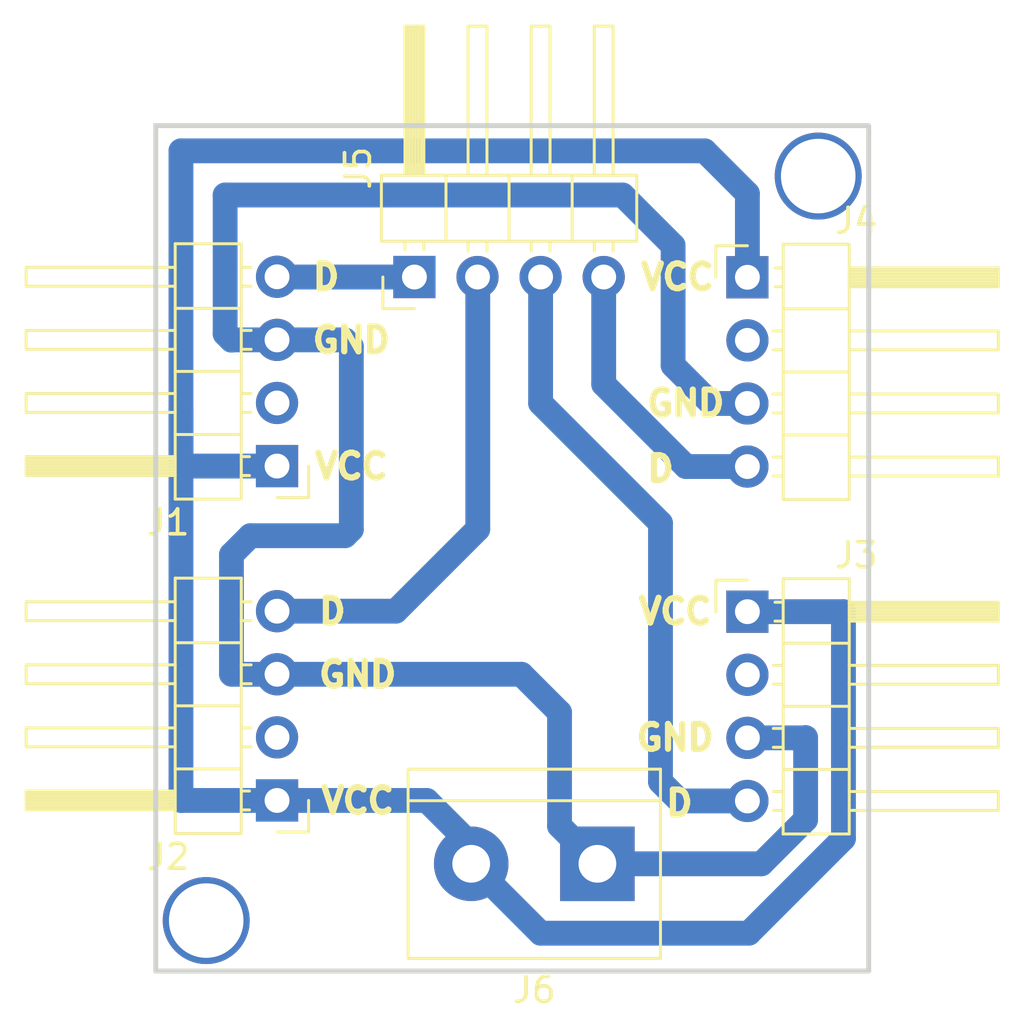
<source format=kicad_pcb>
(kicad_pcb (version 20211014) (generator pcbnew)
  (layers (0 "F.Cu" signal) (31 "B.Cu" signal) (34 "B.Paste" user) (35 "F.Paste" user) (36 "B.SilkS" user "B.Silkscreen") (37 "F.SilkS" user "F.Silkscreen") (38 "B.Mask" user) (39 "F.Mask" user) (44 "Edge.Cuts" user))
  (net 0 "")
  (net 1 "/Vcc")
  (net 3 "GND")
  (net 4 "/DATA1")
  (net 6 "/DATA2")
  (net 8 "/DATA3")
  (net 10 "/DATA4")
  (footprint "Connector_PinHeader_2.54mm:PinHeader_1x04_P2.54mm_Horizontal" (layer "F.Cu") (at 75.889 48.524)
    (fp_text reference "J3" (at 4.385 -2.27) (layer "F.SilkS"))
    (fp_text value "Conn_01x04_Male")
    (fp_line (start 10.1 0.38) (end 4.1 0.38) (layer "F.SilkS") (width 0.12))
    (fp_line (start 1.44 3.81) (end 4.1 3.81) (layer "F.SilkS") (width 0.12))
    (fp_line (start 1.44 8.95) (end 4.1 8.95) (layer "F.SilkS") (width 0.12))
    (fp_line (start 1.44 1.27) (end 4.1 1.27) (layer "F.SilkS") (width 0.12))
    (fp_line (start 4.1 8.95) (end 4.1 -1.33) (layer "F.SilkS") (width 0.12))
    (fp_line (start 4.1 -0.08) (end 10.1 -0.08) (layer "F.SilkS") (width 0.12))
    (fp_line (start 4.1 0.16) (end 10.1 0.16) (layer "F.SilkS") (width 0.12))
    (fp_line (start 4.1 -0.38) (end 10.1 -0.38) (layer "F.SilkS") (width 0.12))
    (fp_line (start 1.44 -1.33) (end 1.44 8.95) (layer "F.SilkS") (width 0.12))
    (fp_line (start 4.1 -0.2) (end 10.1 -0.2) (layer "F.SilkS") (width 0.12))
    (fp_line (start 10.1 4.7) (end 10.1 5.46) (layer "F.SilkS") (width 0.12))
    (fp_line (start 10.1 7.24) (end 10.1 8) (layer "F.SilkS") (width 0.12))
    (fp_line (start -1.27 0) (end -1.27 -1.27) (layer "F.SilkS") (width 0.12))
    (fp_line (start 4.1 -0.32) (end 10.1 -0.32) (layer "F.SilkS") (width 0.12))
    (fp_line (start 10.1 2.16) (end 10.1 2.92) (layer "F.SilkS") (width 0.12))
    (fp_line (start 4.1 0.28) (end 10.1 0.28) (layer "F.SilkS") (width 0.12))
    (fp_line (start 10.1 -0.38) (end 10.1 0.38) (layer "F.SilkS") (width 0.12))
    (fp_line (start 1.042929 8) (end 1.44 8) (layer "F.SilkS") (width 0.12))
    (fp_line (start 1.042929 2.16) (end 1.44 2.16) (layer "F.SilkS") (width 0.12))
    (fp_line (start 4.1 -1.33) (end 1.44 -1.33) (layer "F.SilkS") (width 0.12))
    (fp_line (start 1.042929 5.46) (end 1.44 5.46) (layer "F.SilkS") (width 0.12))
    (fp_line (start 1.042929 4.7) (end 1.44 4.7) (layer "F.SilkS") (width 0.12))
    (fp_line (start 10.1 5.46) (end 4.1 5.46) (layer "F.SilkS") (width 0.12))
    (fp_line (start 1.11 0.38) (end 1.44 0.38) (layer "F.SilkS") (width 0.12))
    (fp_line (start 10.1 8) (end 4.1 8) (layer "F.SilkS") (width 0.12))
    (fp_line (start 4.1 4.7) (end 10.1 4.7) (layer "F.SilkS") (width 0.12))
    (fp_line (start 1.44 6.35) (end 4.1 6.35) (layer "F.SilkS") (width 0.12))
    (fp_line (start 10.1 2.92) (end 4.1 2.92) (layer "F.SilkS") (width 0.12))
    (fp_line (start 1.11 -0.38) (end 1.44 -0.38) (layer "F.SilkS") (width 0.12))
    (fp_line (start 1.042929 7.24) (end 1.44 7.24) (layer "F.SilkS") (width 0.12))
    (fp_line (start 4.1 7.24) (end 10.1 7.24) (layer "F.SilkS") (width 0.12))
    (fp_line (start 1.042929 2.92) (end 1.44 2.92) (layer "F.SilkS") (width 0.12))
    (fp_line (start 4.1 2.16) (end 10.1 2.16) (layer "F.SilkS") (width 0.12))
    (fp_line (start -1.27 -1.27) (end 0 -1.27) (layer "F.SilkS") (width 0.12))
    (fp_line (start 4.1 0.04) (end 10.1 0.04) (layer "F.SilkS") (width 0.12))
    (pad "1" thru_hole rect (at 0 0) (size 1.7 1.7) (drill 1) (layers *.Cu *.Mask) (net 1 "/Vcc"))
    (pad "2" thru_hole oval (at 0 2.54) (size 1.7 1.7) (drill 1) (layers *.Cu *.Mask))
    (pad "3" thru_hole oval (at 0 5.08) (size 1.7 1.7) (drill 1) (layers *.Cu *.Mask) (net 3 "GND"))
    (pad "4" thru_hole oval (at 0 7.62) (size 1.7 1.7) (drill 1) (layers *.Cu *.Mask) (net 8 "/DATA3"))
  )
  (footprint "Connector_PinHeader_2.54mm:PinHeader_1x04_P2.54mm_Horizontal" (layer "F.Cu") (at 62.484 35.052 90)
    (fp_text reference "J5" (at 4.385 -2.27 90) (layer "F.SilkS"))
    (fp_text value "Conn_01x04_Male")
    (fp_line (start 1.042929 2.92) (end 1.44 2.92) (layer "F.SilkS") (width 0.12))
    (fp_line (start 4.1 7.24) (end 10.1 7.24) (layer "F.SilkS") (width 0.12))
    (fp_line (start 4.1 2.16) (end 10.1 2.16) (layer "F.SilkS") (width 0.12))
    (fp_line (start 4.1 -0.32) (end 10.1 -0.32) (layer "F.SilkS") (width 0.12))
    (fp_line (start 4.1 -1.33) (end 1.44 -1.33) (layer "F.SilkS") (width 0.12))
    (fp_line (start 10.1 4.7) (end 10.1 5.46) (layer "F.SilkS") (width 0.12))
    (fp_line (start 1.042929 4.7) (end 1.44 4.7) (layer "F.SilkS") (width 0.12))
    (fp_line (start 10.1 2.16) (end 10.1 2.92) (layer "F.SilkS") (width 0.12))
    (fp_line (start 1.44 8.95) (end 4.1 8.95) (layer "F.SilkS") (width 0.12))
    (fp_line (start 1.11 0.38) (end 1.44 0.38) (layer "F.SilkS") (width 0.12))
    (fp_line (start 10.1 5.46) (end 4.1 5.46) (layer "F.SilkS") (width 0.12))
    (fp_line (start 4.1 -0.08) (end 10.1 -0.08) (layer "F.SilkS") (width 0.12))
    (fp_line (start 4.1 0.16) (end 10.1 0.16) (layer "F.SilkS") (width 0.12))
    (fp_line (start 1.042929 2.16) (end 1.44 2.16) (layer "F.SilkS") (width 0.12))
    (fp_line (start 4.1 0.28) (end 10.1 0.28) (layer "F.SilkS") (width 0.12))
    (fp_line (start 1.44 -1.33) (end 1.44 8.95) (layer "F.SilkS") (width 0.12))
    (fp_line (start 1.042929 7.24) (end 1.44 7.24) (layer "F.SilkS") (width 0.12))
    (fp_line (start 1.11 -0.38) (end 1.44 -0.38) (layer "F.SilkS") (width 0.12))
    (fp_line (start 10.1 0.38) (end 4.1 0.38) (layer "F.SilkS") (width 0.12))
    (fp_line (start 1.44 3.81) (end 4.1 3.81) (layer "F.SilkS") (width 0.12))
    (fp_line (start 10.1 2.92) (end 4.1 2.92) (layer "F.SilkS") (width 0.12))
    (fp_line (start 4.1 4.7) (end 10.1 4.7) (layer "F.SilkS") (width 0.12))
    (fp_line (start 4.1 8.95) (end 4.1 -1.33) (layer "F.SilkS") (width 0.12))
    (fp_line (start 1.042929 8) (end 1.44 8) (layer "F.SilkS") (width 0.12))
    (fp_line (start 1.44 1.27) (end 4.1 1.27) (layer "F.SilkS") (width 0.12))
    (fp_line (start 4.1 -0.38) (end 10.1 -0.38) (layer "F.SilkS") (width 0.12))
    (fp_line (start -1.27 0) (end -1.27 -1.27) (layer "F.SilkS") (width 0.12))
    (fp_line (start -1.27 -1.27) (end 0 -1.27) (layer "F.SilkS") (width 0.12))
    (fp_line (start 10.1 8) (end 4.1 8) (layer "F.SilkS") (width 0.12))
    (fp_line (start 4.1 0.04) (end 10.1 0.04) (layer "F.SilkS") (width 0.12))
    (fp_line (start 10.1 7.24) (end 10.1 8) (layer "F.SilkS") (width 0.12))
    (fp_line (start 10.1 -0.38) (end 10.1 0.38) (layer "F.SilkS") (width 0.12))
    (fp_line (start 1.042929 5.46) (end 1.44 5.46) (layer "F.SilkS") (width 0.12))
    (fp_line (start 4.1 -0.2) (end 10.1 -0.2) (layer "F.SilkS") (width 0.12))
    (fp_line (start 1.44 6.35) (end 4.1 6.35) (layer "F.SilkS") (width 0.12))
    (pad "1" thru_hole rect (at 0 0 90) (size 1.7 1.7) (drill 1) (layers *.Cu *.Mask) (net 4 "/DATA1"))
    (pad "2" thru_hole oval (at 0 2.54 90) (size 1.7 1.7) (drill 1) (layers *.Cu *.Mask) (net 6 "/DATA2"))
    (pad "3" thru_hole oval (at 0 5.08 90) (size 1.7 1.7) (drill 1) (layers *.Cu *.Mask) (net 8 "/DATA3"))
    (pad "4" thru_hole oval (at 0 7.62 90) (size 1.7 1.7) (drill 1) (layers *.Cu *.Mask) (net 10 "/DATA4"))
  )
  (footprint "TerminalBlock:TerminalBlock_bornier-2_P5.08mm" (layer "F.Cu") (at 69.85 58.674 180)
    (fp_text reference "J6" (at 2.54 -5.08) (layer "F.SilkS"))
    (fp_text value "Screw_Terminal_01x02")
    (fp_line (start 7.62 -3.81) (end -2.54 -3.81) (layer "F.SilkS") (width 0.12))
    (fp_line (start 7.62 2.54) (end -2.54 2.54) (layer "F.SilkS") (width 0.12))
    (fp_line (start 7.62 3.81) (end 7.62 -3.81) (layer "F.SilkS") (width 0.12))
    (fp_line (start -2.54 3.81) (end 7.62 3.81) (layer "F.SilkS") (width 0.12))
    (fp_line (start -2.54 -3.81) (end -2.54 3.81) (layer "F.SilkS") (width 0.12))
    (pad "1" thru_hole rect (at 0 0 180) (size 3 3) (drill 1.52) (layers *.Cu *.Mask) (net 3 "GND"))
    (pad "2" thru_hole circle (at 5.08 0 180) (size 3 3) (drill 1.52) (layers *.Cu *.Mask) (net 1 "/Vcc"))
  )
  (footprint "Connector_PinHeader_2.54mm:PinHeader_1x04_P2.54mm_Horizontal" (layer "F.Cu") (at 56.953 42.662 180)
    (fp_text reference "J1" (at 4.385 -2.27) (layer "F.SilkS"))
    (fp_text value "Conn_01x04_Male")
    (fp_line (start 4.1 4.7) (end 10.1 4.7) (layer "F.SilkS") (width 0.12))
    (fp_line (start 1.11 -0.38) (end 1.44 -0.38) (layer "F.SilkS") (width 0.12))
    (fp_line (start 4.1 0.16) (end 10.1 0.16) (layer "F.SilkS") (width 0.12))
    (fp_line (start 10.1 2.16) (end 10.1 2.92) (layer "F.SilkS") (width 0.12))
    (fp_line (start 10.1 8) (end 4.1 8) (layer "F.SilkS") (width 0.12))
    (fp_line (start 4.1 -0.32) (end 10.1 -0.32) (layer "F.SilkS") (width 0.12))
    (fp_line (start 1.042929 8) (end 1.44 8) (layer "F.SilkS") (width 0.12))
    (fp_line (start 1.44 -1.33) (end 1.44 8.95) (layer "F.SilkS") (width 0.12))
    (fp_line (start 1.44 1.27) (end 4.1 1.27) (layer "F.SilkS") (width 0.12))
    (fp_line (start 4.1 -0.2) (end 10.1 -0.2) (layer "F.SilkS") (width 0.12))
    (fp_line (start 1.44 3.81) (end 4.1 3.81) (layer "F.SilkS") (width 0.12))
    (fp_line (start -1.27 -1.27) (end 0 -1.27) (layer "F.SilkS") (width 0.12))
    (fp_line (start 4.1 7.24) (end 10.1 7.24) (layer "F.SilkS") (width 0.12))
    (fp_line (start 4.1 2.16) (end 10.1 2.16) (layer "F.SilkS") (width 0.12))
    (fp_line (start 1.042929 2.16) (end 1.44 2.16) (layer "F.SilkS") (width 0.12))
    (fp_line (start 4.1 -0.08) (end 10.1 -0.08) (layer "F.SilkS") (width 0.12))
    (fp_line (start 1.042929 5.46) (end 1.44 5.46) (layer "F.SilkS") (width 0.12))
    (fp_line (start 1.042929 4.7) (end 1.44 4.7) (layer "F.SilkS") (width 0.12))
    (fp_line (start 4.1 0.04) (end 10.1 0.04) (layer "F.SilkS") (width 0.12))
    (fp_line (start 1.11 0.38) (end 1.44 0.38) (layer "F.SilkS") (width 0.12))
    (fp_line (start 1.042929 2.92) (end 1.44 2.92) (layer "F.SilkS") (width 0.12))
    (fp_line (start 4.1 0.28) (end 10.1 0.28) (layer "F.SilkS") (width 0.12))
    (fp_line (start 10.1 2.92) (end 4.1 2.92) (layer "F.SilkS") (width 0.12))
    (fp_line (start 1.042929 7.24) (end 1.44 7.24) (layer "F.SilkS") (width 0.12))
    (fp_line (start 10.1 -0.38) (end 10.1 0.38) (layer "F.SilkS") (width 0.12))
    (fp_line (start 4.1 -1.33) (end 1.44 -1.33) (layer "F.SilkS") (width 0.12))
    (fp_line (start 4.1 8.95) (end 4.1 -1.33) (layer "F.SilkS") (width 0.12))
    (fp_line (start 10.1 4.7) (end 10.1 5.46) (layer "F.SilkS") (width 0.12))
    (fp_line (start 10.1 7.24) (end 10.1 8) (layer "F.SilkS") (width 0.12))
    (fp_line (start 1.44 8.95) (end 4.1 8.95) (layer "F.SilkS") (width 0.12))
    (fp_line (start 4.1 -0.38) (end 10.1 -0.38) (layer "F.SilkS") (width 0.12))
    (fp_line (start 1.44 6.35) (end 4.1 6.35) (layer "F.SilkS") (width 0.12))
    (fp_line (start 10.1 5.46) (end 4.1 5.46) (layer "F.SilkS") (width 0.12))
    (fp_line (start 10.1 0.38) (end 4.1 0.38) (layer "F.SilkS") (width 0.12))
    (fp_line (start -1.27 0) (end -1.27 -1.27) (layer "F.SilkS") (width 0.12))
    (pad "1" thru_hole rect (at 0 0 180) (size 1.7 1.7) (drill 1) (layers *.Cu *.Mask) (net 1 "/Vcc"))
    (pad "2" thru_hole oval (at 0 2.54 180) (size 1.7 1.7) (drill 1) (layers *.Cu *.Mask))
    (pad "3" thru_hole oval (at 0 5.08 180) (size 1.7 1.7) (drill 1) (layers *.Cu *.Mask) (net 3 "GND"))
    (pad "4" thru_hole oval (at 0 7.62 180) (size 1.7 1.7) (drill 1) (layers *.Cu *.Mask) (net 4 "/DATA1"))
  )
  (footprint "Connector_PinHeader_2.54mm:PinHeader_1x04_P2.54mm_Horizontal" (layer "F.Cu") (at 56.953 56.124 180)
    (fp_text reference "J2" (at 4.385 -2.27) (layer "F.SilkS"))
    (fp_text value "Conn_01x04_Male")
    (fp_line (start 10.1 0.38) (end 4.1 0.38) (layer "F.SilkS") (width 0.12))
    (fp_line (start -1.27 0) (end -1.27 -1.27) (layer "F.SilkS") (width 0.12))
    (fp_line (start 4.1 4.7) (end 10.1 4.7) (layer "F.SilkS") (width 0.12))
    (fp_line (start 10.1 7.24) (end 10.1 8) (layer "F.SilkS") (width 0.12))
    (fp_line (start 1.042929 2.92) (end 1.44 2.92) (layer "F.SilkS") (width 0.12))
    (fp_line (start 1.44 8.95) (end 4.1 8.95) (layer "F.SilkS") (width 0.12))
    (fp_line (start 10.1 4.7) (end 10.1 5.46) (layer "F.SilkS") (width 0.12))
    (fp_line (start 1.44 -1.33) (end 1.44 8.95) (layer "F.SilkS") (width 0.12))
    (fp_line (start 4.1 -0.38) (end 10.1 -0.38) (layer "F.SilkS") (width 0.12))
    (fp_line (start 10.1 2.16) (end 10.1 2.92) (layer "F.SilkS") (width 0.12))
    (fp_line (start 4.1 8.95) (end 4.1 -1.33) (layer "F.SilkS") (width 0.12))
    (fp_line (start 4.1 0.16) (end 10.1 0.16) (layer "F.SilkS") (width 0.12))
    (fp_line (start 10.1 8) (end 4.1 8) (layer "F.SilkS") (width 0.12))
    (fp_line (start 10.1 2.92) (end 4.1 2.92) (layer "F.SilkS") (width 0.12))
    (fp_line (start 1.042929 5.46) (end 1.44 5.46) (layer "F.SilkS") (width 0.12))
    (fp_line (start -1.27 -1.27) (end 0 -1.27) (layer "F.SilkS") (width 0.12))
    (fp_line (start 1.44 3.81) (end 4.1 3.81) (layer "F.SilkS") (width 0.12))
    (fp_line (start 1.042929 4.7) (end 1.44 4.7) (layer "F.SilkS") (width 0.12))
    (fp_line (start 1.11 0.38) (end 1.44 0.38) (layer "F.SilkS") (width 0.12))
    (fp_line (start 1.44 1.27) (end 4.1 1.27) (layer "F.SilkS") (width 0.12))
    (fp_line (start 10.1 -0.38) (end 10.1 0.38) (layer "F.SilkS") (width 0.12))
    (fp_line (start 1.11 -0.38) (end 1.44 -0.38) (layer "F.SilkS") (width 0.12))
    (fp_line (start 4.1 7.24) (end 10.1 7.24) (layer "F.SilkS") (width 0.12))
    (fp_line (start 4.1 -0.32) (end 10.1 -0.32) (layer "F.SilkS") (width 0.12))
    (fp_line (start 4.1 0.28) (end 10.1 0.28) (layer "F.SilkS") (width 0.12))
    (fp_line (start 1.042929 2.16) (end 1.44 2.16) (layer "F.SilkS") (width 0.12))
    (fp_line (start 4.1 0.04) (end 10.1 0.04) (layer "F.SilkS") (width 0.12))
    (fp_line (start 4.1 2.16) (end 10.1 2.16) (layer "F.SilkS") (width 0.12))
    (fp_line (start 4.1 -1.33) (end 1.44 -1.33) (layer "F.SilkS") (width 0.12))
    (fp_line (start 4.1 -0.08) (end 10.1 -0.08) (layer "F.SilkS") (width 0.12))
    (fp_line (start 1.042929 8) (end 1.44 8) (layer "F.SilkS") (width 0.12))
    (fp_line (start 4.1 -0.2) (end 10.1 -0.2) (layer "F.SilkS") (width 0.12))
    (fp_line (start 1.44 6.35) (end 4.1 6.35) (layer "F.SilkS") (width 0.12))
    (fp_line (start 10.1 5.46) (end 4.1 5.46) (layer "F.SilkS") (width 0.12))
    (fp_line (start 1.042929 7.24) (end 1.44 7.24) (layer "F.SilkS") (width 0.12))
    (pad "1" thru_hole rect (at 0 0 180) (size 1.7 1.7) (drill 1) (layers *.Cu *.Mask) (net 1 "/Vcc"))
    (pad "2" thru_hole oval (at 0 2.54 180) (size 1.7 1.7) (drill 1) (layers *.Cu *.Mask))
    (pad "3" thru_hole oval (at 0 5.08 180) (size 1.7 1.7) (drill 1) (layers *.Cu *.Mask) (net 3 "GND"))
    (pad "4" thru_hole oval (at 0 7.62 180) (size 1.7 1.7) (drill 1) (layers *.Cu *.Mask) (net 6 "/DATA2"))
  )
  (footprint "Connector_PinHeader_2.54mm:PinHeader_1x04_P2.54mm_Horizontal" (layer "F.Cu") (at 75.889 35.062)
    (fp_text reference "J4" (at 4.385 -2.27) (layer "F.SilkS"))
    (fp_text value "Conn_01x04_Male")
    (fp_line (start -1.27 -1.27) (end 0 -1.27) (layer "F.SilkS") (width 0.12))
    (fp_line (start -1.27 0) (end -1.27 -1.27) (layer "F.SilkS") (width 0.12))
    (fp_line (start 1.44 6.35) (end 4.1 6.35) (layer "F.SilkS") (width 0.12))
    (fp_line (start 1.11 -0.38) (end 1.44 -0.38) (layer "F.SilkS") (width 0.12))
    (fp_line (start 4.1 4.7) (end 10.1 4.7) (layer "F.SilkS") (width 0.12))
    (fp_line (start 1.042929 4.7) (end 1.44 4.7) (layer "F.SilkS") (width 0.12))
    (fp_line (start 10.1 5.46) (end 4.1 5.46) (layer "F.SilkS") (width 0.12))
    (fp_line (start 4.1 -0.38) (end 10.1 -0.38) (layer "F.SilkS") (width 0.12))
    (fp_line (start 1.44 8.95) (end 4.1 8.95) (layer "F.SilkS") (width 0.12))
    (fp_line (start 4.1 -0.08) (end 10.1 -0.08) (layer "F.SilkS") (width 0.12))
    (fp_line (start 10.1 2.92) (end 4.1 2.92) (layer "F.SilkS") (width 0.12))
    (fp_line (start 1.042929 2.92) (end 1.44 2.92) (layer "F.SilkS") (width 0.12))
    (fp_line (start 4.1 0.04) (end 10.1 0.04) (layer "F.SilkS") (width 0.12))
    (fp_line (start 4.1 -0.32) (end 10.1 -0.32) (layer "F.SilkS") (width 0.12))
    (fp_line (start 4.1 -0.2) (end 10.1 -0.2) (layer "F.SilkS") (width 0.12))
    (fp_line (start 1.042929 5.46) (end 1.44 5.46) (layer "F.SilkS") (width 0.12))
    (fp_line (start 10.1 4.7) (end 10.1 5.46) (layer "F.SilkS") (width 0.12))
    (fp_line (start 1.44 1.27) (end 4.1 1.27) (layer "F.SilkS") (width 0.12))
    (fp_line (start 4.1 2.16) (end 10.1 2.16) (layer "F.SilkS") (width 0.12))
    (fp_line (start 1.042929 7.24) (end 1.44 7.24) (layer "F.SilkS") (width 0.12))
    (fp_line (start 1.042929 8) (end 1.44 8) (layer "F.SilkS") (width 0.12))
    (fp_line (start 4.1 0.16) (end 10.1 0.16) (layer "F.SilkS") (width 0.12))
    (fp_line (start 1.44 -1.33) (end 1.44 8.95) (layer "F.SilkS") (width 0.12))
    (fp_line (start 1.44 3.81) (end 4.1 3.81) (layer "F.SilkS") (width 0.12))
    (fp_line (start 1.11 0.38) (end 1.44 0.38) (layer "F.SilkS") (width 0.12))
    (fp_line (start 4.1 -1.33) (end 1.44 -1.33) (layer "F.SilkS") (width 0.12))
    (fp_line (start 10.1 0.38) (end 4.1 0.38) (layer "F.SilkS") (width 0.12))
    (fp_line (start 1.042929 2.16) (end 1.44 2.16) (layer "F.SilkS") (width 0.12))
    (fp_line (start 4.1 8.95) (end 4.1 -1.33) (layer "F.SilkS") (width 0.12))
    (fp_line (start 4.1 0.28) (end 10.1 0.28) (layer "F.SilkS") (width 0.12))
    (fp_line (start 4.1 7.24) (end 10.1 7.24) (layer "F.SilkS") (width 0.12))
    (fp_line (start 10.1 8) (end 4.1 8) (layer "F.SilkS") (width 0.12))
    (fp_line (start 10.1 2.16) (end 10.1 2.92) (layer "F.SilkS") (width 0.12))
    (fp_line (start 10.1 7.24) (end 10.1 8) (layer "F.SilkS") (width 0.12))
    (fp_line (start 10.1 -0.38) (end 10.1 0.38) (layer "F.SilkS") (width 0.12))
    (pad "1" thru_hole rect (at 0 0) (size 1.7 1.7) (drill 1) (layers *.Cu *.Mask) (net 1 "/Vcc"))
    (pad "2" thru_hole oval (at 0 2.54) (size 1.7 1.7) (drill 1) (layers *.Cu *.Mask))
    (pad "3" thru_hole oval (at 0 5.08) (size 1.7 1.7) (drill 1) (layers *.Cu *.Mask) (net 3 "GND"))
    (pad "4" thru_hole oval (at 0 7.62) (size 1.7 1.7) (drill 1) (layers *.Cu *.Mask) (net 10 "/DATA4"))
  )
  (gr_rect (start 52.07 28.956) (end 80.772 62.992) (layer "Edge.Cuts") (width 0.2) (fill none))
  (gr_text "D\n" (at 72.39 42.672 180) (layer "F.SilkS") (effects (font (size 1 1) (thickness 0.25)) (justify mirror)))
  (gr_text "VCC\n" (at 59.944 42.672) (layer "F.SilkS") (effects (font (size 1 1) (thickness 0.25))))
  (gr_text "VCC\n" (at 72.979 48.514) (layer "F.SilkS") (effects (font (size 1 1) (thickness 0.25))))
  (gr_text "GND\n" (at 60.198 51.054) (layer "F.SilkS") (effects (font (size 1 1) (thickness 0.25))))
  (gr_text "GND\n" (at 73.406 40.132) (layer "F.SilkS") (effects (font (size 1 1) (thickness 0.25))))
  (gr_text "GND\n" (at 59.944 37.592) (layer "F.SilkS") (effects (font (size 1 1) (thickness 0.25))))
  (gr_text "D\n" (at 58.928 35.052) (layer "F.SilkS") (effects (font (size 1 1) (thickness 0.25))))
  (gr_text "VCC\n" (at 60.198 56.134) (layer "F.SilkS") (effects (font (size 1 1) (thickness 0.25))))
  (gr_text "VCC\n" (at 73.071 35.052) (layer "F.SilkS") (effects (font (size 1 1) (thickness 0.25))))
  (gr_text "D\n" (at 73.152 56.134 180) (layer "F.SilkS") (effects (font (size 1 1) (thickness 0.25)) (justify mirror)))
  (gr_text "D\n" (at 59.182 48.514) (layer "F.SilkS") (effects (font (size 1 1) (thickness 0.25))))
  (gr_text "GND\n" (at 72.979 53.594) (layer "F.SilkS") (effects (font (size 1 1) (thickness 0.25))))
  (via (at 78.74 30.988) (size 3.5) (drill 3) (layers "F.Cu" "B.Cu") (net 0))
  (via (at 54.102 60.96) (size 3.5) (drill 3) (layers "F.Cu" "B.Cu") (net 0))
  (segment (start 53.086 29.972) (end 74.168 29.972) (width 1) (layer "B.Cu") (net 1))
  (segment (start 75.946 61.468) (end 79.756 57.658) (width 1) (layer "B.Cu") (net 1))
  (segment (start 53.086 56.124) (end 53.086 40.386) (width 1) (layer "B.Cu") (net 1))
  (segment (start 64.77 58.674) (end 67.564 61.468) (width 1) (layer "B.Cu") (net 1))
  (segment (start 79.756 48.524) (end 76.143 48.524) (width 1) (layer "B.Cu") (net 1))
  (segment (start 62.982 56.124) (end 64.77 57.912) (width 1) (layer "B.Cu") (net 1))
  (segment (start 67.564 61.468) (end 75.946 61.468) (width 1) (layer "B.Cu") (net 1))
  (segment (start 56.953 42.662) (end 53.086 42.662) (width 1) (layer "B.Cu") (net 1))
  (segment (start 56.953 56.124) (end 53.086 56.124) (width 1) (layer "B.Cu") (net 1))
  (segment (start 79.756 57.658) (end 79.756 48.524) (width 1) (layer "B.Cu") (net 1))
  (segment (start 74.168 29.972) (end 75.889 31.693) (width 1) (layer "B.Cu") (net 1))
  (segment (start 64.77 57.912) (end 64.77 58.674) (width 1) (layer "B.Cu") (net 1))
  (segment (start 53.086 42.662) (end 53.086 40.386) (width 1) (layer "B.Cu") (net 1))
  (segment (start 53.086 40.386) (end 53.086 29.972) (width 1) (layer "B.Cu") (net 1))
  (segment (start 75.889 31.693) (end 75.889 35.062) (width 1) (layer "B.Cu") (net 1))
  (segment (start 56.953 56.124) (end 62.982 56.124) (width 1) (layer "B.Cu") (net 1))
  (segment (start 54.864 31.75) (end 54.864 37.338) (width 1) (layer "B.Cu") (net 3))
  (segment (start 55.128 51.044) (end 56.953 51.044) (width 1) (layer "B.Cu") (net 3))
  (segment (start 59.944 37.846) (end 59.944 45.212) (width 1) (layer "B.Cu") (net 3))
  (segment (start 59.69 45.466) (end 55.88 45.466) (width 1) (layer "B.Cu") (net 3))
  (segment (start 69.85 58.674) (end 68.326 57.15) (width 1) (layer "B.Cu") (net 3))
  (segment (start 55.118 37.592) (end 55.128 37.582) (width 1) (layer "B.Cu") (net 3))
  (segment (start 70.866 31.75) (end 54.864 31.75) (width 1) (layer "B.Cu") (net 3))
  (segment (start 78.222 53.604) (end 76.143 53.604) (width 1) (layer "B.Cu") (net 3))
  (segment (start 69.85 58.674) (end 76.454 58.674) (width 1) (layer "B.Cu") (net 3))
  (segment (start 66.792 51.044) (end 56.953 51.044) (width 1) (layer "B.Cu") (net 3))
  (segment (start 74.432 40.142) (end 72.898 38.608) (width 1) (layer "B.Cu") (net 3))
  (segment (start 54.864 37.338) (end 55.118 37.592) (width 1) (layer "B.Cu") (net 3))
  (segment (start 68.326 52.578) (end 66.792 51.044) (width 1) (layer "B.Cu") (net 3))
  (segment (start 78.232 56.896) (end 78.232 53.594) (width 1) (layer "B.Cu") (net 3))
  (segment (start 55.88 45.466) (end 55.118 46.228) (width 1) (layer "B.Cu") (net 3))
  (segment (start 68.326 57.15) (end 68.326 52.578) (width 1) (layer "B.Cu") (net 3))
  (segment (start 59.944 45.212) (end 59.69 45.466) (width 1) (layer "B.Cu") (net 3))
  (segment (start 59.68 37.582) (end 59.944 37.846) (width 1) (layer "B.Cu") (net 3))
  (segment (start 76.454 58.674) (end 78.232 56.896) (width 1) (layer "B.Cu") (net 3))
  (segment (start 55.128 37.582) (end 56.953 37.582) (width 1) (layer "B.Cu") (net 3))
  (segment (start 55.118 51.034) (end 55.128 51.044) (width 1) (layer "B.Cu") (net 3))
  (segment (start 75.889 40.142) (end 74.432 40.142) (width 1) (layer "B.Cu") (net 3))
  (segment (start 72.898 33.782) (end 70.866 31.75) (width 1) (layer "B.Cu") (net 3))
  (segment (start 78.232 53.594) (end 78.222 53.604) (width 1) (layer "B.Cu") (net 3))
  (segment (start 56.953 37.582) (end 59.68 37.582) (width 1) (layer "B.Cu") (net 3))
  (segment (start 55.118 46.228) (end 55.118 51.034) (width 1) (layer "B.Cu") (net 3))
  (segment (start 72.898 38.608) (end 72.898 33.782) (width 1) (layer "B.Cu") (net 3))
  (segment (start 56.953 35.042) (end 56.963 35.052) (width 1) (layer "B.Cu") (net 4))
  (segment (start 62.417 35.052) (end 62.427 35.042) (width 1) (layer "B.Cu") (net 4))
  (segment (start 56.963 35.052) (end 62.417 35.052) (width 1) (layer "B.Cu") (net 4))
  (segment (start 61.732 48.504) (end 56.953 48.504) (width 1) (layer "B.Cu") (net 6))
  (segment (start 65.034 35.062) (end 65.034 45.202) (width 1) (layer "B.Cu") (net 6))
  (segment (start 65.034 45.202) (end 61.732 48.504) (width 1) (layer "B.Cu") (net 6))
  (segment (start 65.024 35.052) (end 65.034 35.062) (width 1) (layer "B.Cu") (net 6))
  (segment (start 72.39 44.958) (end 67.564 40.132) (width 1) (layer "B.Cu") (net 8))
  (segment (start 73.162 56.144) (end 72.39 55.372) (width 1) (layer "B.Cu") (net 8))
  (segment (start 72.39 55.372) (end 72.39 44.958) (width 1) (layer "B.Cu") (net 8))
  (segment (start 67.564 40.132) (end 67.564 35.052) (width 1) (layer "B.Cu") (net 8))
  (segment (start 76.143 56.144) (end 73.162 56.144) (width 1) (layer "B.Cu") (net 8))
  (segment (start 73.416 42.682) (end 70.104 39.37) (width 1) (layer "B.Cu") (net 10))
  (segment (start 70.104 39.37) (end 70.104 35.052) (width 1) (layer "B.Cu") (net 10))
  (segment (start 75.889 42.682) (end 73.416 42.682) (width 1) (layer "B.Cu") (net 10))
)
</source>
